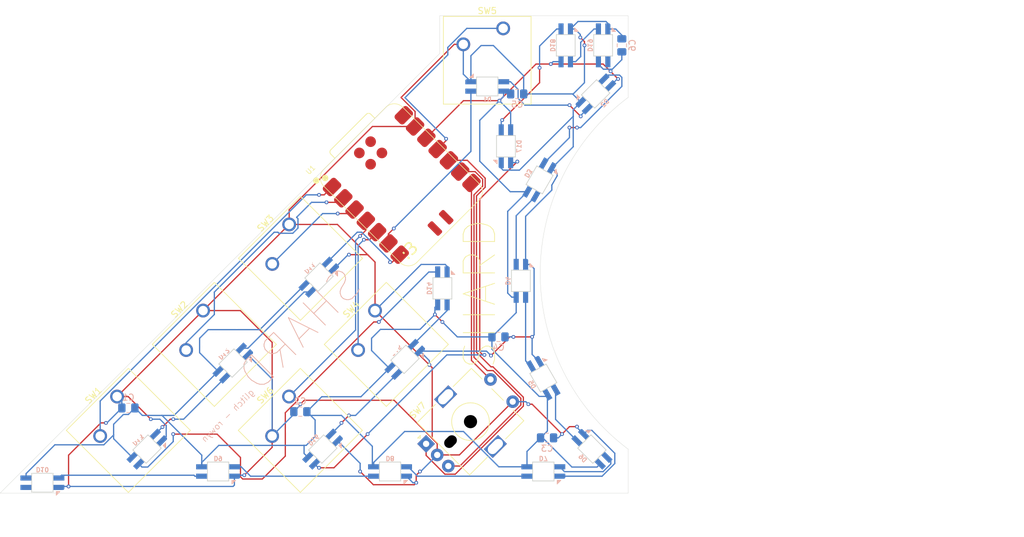
<source format=kicad_pcb>
(kicad_pcb (version 20241229) (generator "pcbnew") (generator_version "9.0")
  (layers (0 "F.Cu" signal) (2 "B.Cu" signal) (13 "F.Paste" user) (15 "B.Paste" user) (5 "F.SilkS" user "F.Silkscreen") (7 "B.SilkS" user "B.Silkscreen") (1 "F.Mask" user) (3 "B.Mask" user) (25 "Edge.Cuts" user))
  (net 0 "")
  (net 1 "GND")
  (net 2 "+3V3")
  (net 3 "Net-(D1-DOUT)")
  (net 4 "Net-(D1-DIN)")
  (net 5 "Net-(D2-DOUT)")
  (net 6 "Net-(D3-DOUT)")
  (net 7 "Net-(D4-DOUT)")
  (net 8 "Net-(D5-DOUT)")
  (net 9 "Net-(D7-DOUT)")
  (net 10 "Net-(D8-DOUT)")
  (net 11 "Net-(D10-DIN)")
  (net 13 "Net-(U1-GPIO26_A0_D0)")
  (net 14 "Net-(U1-GPIO27_A1_D1)")
  (net 15 "Net-(U1-GPIO28_A2_D2)")
  (net 16 "Net-(U1-GPIO29_A3_D3)")
  (net 17 "Net-(U1-GPIO6_D4_SDA)")
  (net 25 "Net-(U1-GPIO3_D10_MOSI)")
  (net 26 "Net-(U1-GPIO1_D7_CSn_RX)")
  (net 27 "Net-(U1-GPIO4_D9_MISO)")
  (net 28 "Net-(U1-GPIO2_D8_SCK)")
  (net 29 "Net-(D6-DOUT)")
  (net 30 "Net-(D11-DOUT)")
  (net 31 "Net-(D11-DIN)")
  (net 32 "Net-(D12-DOUT)")
  (net 33 "Net-(D13-DOUT)")
  (net 34 "Net-(D14-DOUT)")
  (net 35 "Net-(D15-DOUT)")
  (net 36 "Net-(D16-DOUT)")
  (net 37 "Net-(D17-DOUT)")
  (net 38 "Net-(D18-DOUT)")
  (footprint "Button_Switch_Keyboard:SW_Cherry_MX_1.00u_PCB" (layer "F.Cu") (at 159.107319 60.999743)
    (property "Reference" "SW5")
    (property "Value" "SW_Push")
  )
  (footprint "Button_Switch_Keyboard:SW_Cherry_MX_1.00u_PCB" (layer "F.Cu") (at 111.313419 105.935378 45)
    (property "Reference" "SW2")
    (property "Value" "SW_Push")
  )
  (footprint "Button_Switch_Keyboard:SW_Cherry_MX_1.00u_PCB" (layer "F.Cu") (at 97.62122 119.627576 45)
    (property "Reference" "SW1")
    (property "Value" "SW_Push")
  )
  (footprint "Seeed Studio XIAO Series Library:XIAO-RP2040-SMD" (layer "F.Cu") (at 142.892867 85.990093 45)
    (property "Reference" "U1")
    (property "Value" "XIAO-RP2040-SMD")
  )
  (footprint "Button_Switch_Keyboard:SW_Cherry_MX_1.00u_PCB" (layer "F.Cu") (at 125.025843 92.222954 45)
    (property "Reference" "SW3")
    (property "Value" "SW_Push")
  )
  (footprint "Button_Switch_Keyboard:SW_Cherry_MX_1.00u_PCB" (layer "F.Cu") (at 125.005618 119.627576 45)
    (property "Reference" "SW6")
    (property "Value" "SW_Push")
  )
  (footprint "Button_Switch_Keyboard:SW_Cherry_MX_1.00u_PCB" (layer "F.Cu") (at 138.697816 105.935378 45)
    (property "Reference" "SW4")
    (property "Value" "SW_Push")
  )
  (footprint "Rotary_Encoder:RotaryEncoder_Alps_EC11E-Switch_Vertical_H20mm_MountingHoles" (layer "F.Cu") (at 146.829823 127.159486 45)
    (property "Reference" "SW7")
    (property "Value" "RotaryEncoder_Switch")
  )
  (footprint "cheyao macropad main PCB-third_party_neopixel.petty:SK6812MINI-E" (layer "B.Cu") (at 173.236083 127.992295 135)
    (property "Reference" "D6")
    (property "Value" "SK6812MINI" (hide yes))
    (fp_line (start 1.7 -1.5) (end -1.7 -1.5) (stroke (width 0.12)) (layer "Edge.Cuts"))
    (fp_line (start 1.7 1.5) (end 1.7 -1.5) (stroke (width 0.12)) (layer "Edge.Cuts"))
    (fp_line (start -1.7 -1.5) (end -1.7 1.5) (stroke (width 0.12)) (layer "Edge.Cuts"))
    (fp_line (start -1.7 1.5) (end 1.7 1.5) (stroke (width 0.12)) (layer "Edge.Cuts"))
  )
  (footprint "cheyao macropad main PCB-third_party_neopixel.petty:SK6812MINI-E" (layer "B.Cu") (at 164.901701 85.129759 60)
    (property "Reference" "D3")
    (property "Value" "SK6812MINI" (hide yes))
    (fp_line (start -1.7 -1.5) (end -1.7 1.5) (stroke (width 0.12)) (layer "Edge.Cuts"))
    (fp_line (start 1.7 -1.5) (end -1.7 -1.5) (stroke (width 0.12)) (layer "Edge.Cuts"))
    (fp_line (start -1.7 1.5) (end 1.7 1.5) (stroke (width 0.12)) (layer "Edge.Cuts"))
    (fp_line (start 1.7 1.5) (end 1.7 -1.5) (stroke (width 0.12)) (layer "Edge.Cuts"))
  )
  (footprint "cheyao macropad main PCB-third_party_neopixel.petty:SK6812MINI-E" (layer "B.Cu") (at 165.497014 116.681348 120)
    (property "Reference" "D5")
    (property "Value" "SK6812MINI" (hide yes))
    (fp_line (start 1.7 -1.5) (end -1.7 -1.5) (stroke (width 0.12)) (layer "Edge.Cuts"))
    (fp_line (start -1.7 -1.5) (end -1.7 1.5) (stroke (width 0.12)) (layer "Edge.Cuts"))
    (fp_line (start 1.7 1.5) (end 1.7 -1.5) (stroke (width 0.12)) (layer "Edge.Cuts"))
    (fp_line (start -1.7 1.5) (end 1.7 1.5) (stroke (width 0.12)) (layer "Edge.Cuts"))
  )
  (footprint "cheyao macropad main PCB-third_party_neopixel.petty:SK6812MINI-E" (layer "B.Cu") (at 141.089181 131.564173)
    (property "Reference" "D8")
    (property "Value" "SK6812MINI" (hide yes))
    (fp_line (start -1.7 -1.5) (end -1.7 1.5) (stroke (width 0.12)) (layer "Edge.Cuts"))
    (fp_line (start -1.7 1.5) (end 1.7 1.5) (stroke (width 0.12)) (layer "Edge.Cuts"))
    (fp_line (start 1.7 -1.5) (end -1.7 -1.5) (stroke (width 0.12)) (layer "Edge.Cuts"))
    (fp_line (start 1.7 1.5) (end 1.7 -1.5) (stroke (width 0.12)) (layer "Edge.Cuts"))
  )
  (footprint "cheyao macropad main PCB-third_party_neopixel.petty:SK6812MINI-E" (layer "B.Cu") (at 143.470433 113.704783 45)
    (property "Reference" "D15")
    (property "Value" "SK6812MINI" (hide yes))
    (fp_line (start -1.7 -1.5) (end -1.7 1.5) (stroke (width 0.12)) (layer "Edge.Cuts"))
    (fp_line (start -1.7 1.5) (end 1.7 1.5) (stroke (width 0.12)) (layer "Edge.Cuts"))
    (fp_line (start 1.7 -1.5) (end -1.7 -1.5) (stroke (width 0.12)) (layer "Edge.Cuts"))
    (fp_line (start 1.7 1.5) (end 1.7 -1.5) (stroke (width 0.12)) (layer "Edge.Cuts"))
  )
  (footprint "cheyao macropad main PCB-third_party_neopixel.petty:SK6812MINI-E" (layer "B.Cu") (at 173.831396 71.43756 -135)
    (property "Reference" "D2")
    (property "Value" "SK6812MINI" (hide yes))
    (fp_line (start 1.7 1.5) (end 1.699999 -1.5) (stroke (width 0.12)) (layer "Edge.Cuts"))
    (fp_line (start 1.699999 -1.5) (end -1.7 -1.5) (stroke (width 0.12)) (layer "Edge.Cuts"))
    (fp_line (start -1.699999 1.5) (end 1.7 1.5) (stroke (width 0.12)) (layer "Edge.Cuts"))
    (fp_line (start -1.7 -1.5) (end -1.699999 1.5) (stroke (width 0.12)) (layer "Edge.Cuts"))
  )
  (footprint "cheyao macropad main PCB-third_party_neopixel.petty:SK6812MINI-E" (layer "B.Cu") (at 169.068892 63.698491 90)
    (property "Reference" "D18")
    (property "Value" "SK6812MINI" (hide yes))
    (fp_line (start 1.7 -1.5) (end -1.7 -1.5) (stroke (width 0.12)) (layer "Edge.Cuts"))
    (fp_line (start -1.7 -1.5) (end -1.7 1.5) (stroke (width 0.12)) (layer "Edge.Cuts"))
    (fp_line (start 1.7 1.5) (end 1.7 -1.5) (stroke (width 0.12)) (layer "Edge.Cuts"))
    (fp_line (start -1.7 1.5) (end 1.7 1.5) (stroke (width 0.12)) (layer "Edge.Cuts"))
  )
  (footprint "Capacitor_SMD:C_0805_2012Metric_Pad1.18x1.45mm_HandSolder" (layer "B.Cu") (at 99.417271 121.443852 180)
    (property "Reference" "C1")
    (property "Value" "C")
  )
  (footprint "Capacitor_SMD:C_0805_2012Metric_Pad1.18x1.45mm_HandSolder" (layer "B.Cu") (at 158.353258 110.132905)
    (property "Reference" "C4")
    (property "Value" "C")
  )
  (footprint "cheyao macropad main PCB-third_party_neopixel.petty:SK6812MINI-E" (layer "B.Cu") (at 102.393836 127.992295 45)
    (property "Reference" "D13")
    (property "Value" "SK6812MINI" (hide yes))
    (fp_line (start -1.7 -1.5) (end -1.7 1.5) (stroke (width 0.12)) (layer "Edge.Cuts"))
    (fp_line (start -1.7 1.5) (end 1.7 1.5) (stroke (width 0.12)) (layer "Edge.Cuts"))
    (fp_line (start 1.7 -1.5) (end -1.7 -1.5) (stroke (width 0.12)) (layer "Edge.Cuts"))
    (fp_line (start 1.7 1.5) (end 1.7 -1.5) (stroke (width 0.12)) (layer "Edge.Cuts"))
  )
  (footprint "Capacitor_SMD:C_0805_2012Metric_Pad1.18x1.45mm_HandSolder" (layer "B.Cu") (at 126.801669 122.039165 180)
    (property "Reference" "C2")
    (property "Value" "C")
  )
  (footprint "cheyao macropad main PCB-third_party_neopixel.petty:SK6812MINI-E" (layer "B.Cu") (at 116.086035 114.300096 45)
    (property "Reference" "D12")
    (property "Value" "SK6812MINI" (hide yes))
    (fp_line (start -1.7 -1.5) (end -1.7 1.5) (stroke (width 0.12)) (layer "Edge.Cuts"))
    (fp_line (start -1.7 1.5) (end 1.7 1.5) (stroke (width 0.12)) (layer "Edge.Cuts"))
    (fp_line (start 1.7 -1.5) (end -1.7 -1.5) (stroke (width 0.12)) (layer "Edge.Cuts"))
    (fp_line (start 1.7 1.5) (end 1.7 -1.5) (stroke (width 0.12)) (layer "Edge.Cuts"))
  )
  (footprint "cheyao macropad main PCB-third_party_neopixel.petty:SK6812MINI-E" (layer "B.Cu") (at 165.497014 131.564173)
    (property "Reference" "D7")
    (property "Value" "SK6812MINI" (hide yes))
    (fp_line (start -1.7 -1.5) (end -1.7 1.5) (stroke (width 0.12)) (layer "Edge.Cuts"))
    (fp_line (start -1.7 1.5) (end 1.7 1.5) (stroke (width 0.12)) (layer "Edge.Cuts"))
    (fp_line (start 1.7 -1.5) (end -1.7 -1.5) (stroke (width 0.12)) (layer "Edge.Cuts"))
    (fp_line (start 1.7 1.5) (end 1.7 -1.5) (stroke (width 0.12)) (layer "Edge.Cuts"))
  )
  (footprint "cheyao macropad main PCB-third_party_neopixel.petty:SK6812MINI-E" (layer "B.Cu") (at 149.423563 102.393836 90)
    (property "Reference" "D14")
    (property "Value" "SK6812MINI" (hide yes))
    (fp_line (start 1.7 -1.5) (end -1.7 -1.5) (stroke (width 0.12)) (layer "Edge.Cuts"))
    (fp_line (start -1.7 -1.5) (end -1.7 1.5) (stroke (width 0.12)) (layer "Edge.Cuts"))
    (fp_line (start 1.7 1.5) (end 1.7 -1.5) (stroke (width 0.12)) (layer "Edge.Cuts"))
    (fp_line (start -1.7 1.5) (end 1.7 1.5) (stroke (width 0.12)) (layer "Edge.Cuts"))
  )
  (footprint "Capacitor_SMD:C_0805_2012Metric_Pad1.18x1.45mm_HandSolder" (layer "B.Cu") (at 161.329823 71.43756)
    (property "Reference" "C5")
    (property "Value" "C")
  )
  (footprint "cheyao macropad main PCB-third_party_neopixel.petty:SK6812MINI-E" (layer "B.Cu") (at 175.022022 63.698491 90)
    (property "Reference" "D19")
    (property "Value" "SK6812MINI" (hide yes))
    (fp_line (start 1.7 -1.5) (end -1.7 -1.5) (stroke (width 0.12)) (layer "Edge.Cuts"))
    (fp_line (start -1.7 -1.5) (end -1.7 1.5) (stroke (width 0.12)) (layer "Edge.Cuts"))
    (fp_line (start 1.7 1.5) (end 1.7 -1.5) (stroke (width 0.12)) (layer "Edge.Cuts"))
    (fp_line (start -1.7 1.5) (end 1.7 1.5) (stroke (width 0.12)) (layer "Edge.Cuts"))
  )
  (footprint "cheyao macropad main PCB-third_party_neopixel.petty:SK6812MINI-E" (layer "B.Cu") (at 161.925136 101.20321 90)
    (property "Reference" "D4")
    (property "Value" "SK6812MINI" (hide yes))
    (fp_line (start 1.7 -1.5) (end -1.7 -1.5) (stroke (width 0.12)) (layer "Edge.Cuts"))
    (fp_line (start -1.7 -1.5) (end -1.7 1.5) (stroke (width 0.12)) (layer "Edge.Cuts"))
    (fp_line (start 1.7 1.5) (end 1.7 -1.5) (stroke (width 0.12)) (layer "Edge.Cuts"))
    (fp_line (start -1.7 1.5) (end 1.7 1.5) (stroke (width 0.12)) (layer "Edge.Cuts"))
  )
  (footprint "cheyao macropad main PCB-third_party_neopixel.petty:SK6812MINI-E" (layer "B.Cu") (at 159.543884 79.771942 -90)
    (property "Reference" "D17")
    (property "Value" "SK6812MINI" (hide yes))
    (fp_line (start -1.7 1.5) (end 1.7 1.5) (stroke (width 0.12)) (layer "Edge.Cuts"))
    (fp_line (start 1.7 1.5) (end 1.7 -1.5) (stroke (width 0.12)) (layer "Edge.Cuts"))
    (fp_line (start -1.7 -1.5) (end -1.7 1.5) (stroke (width 0.12)) (layer "Edge.Cuts"))
    (fp_line (start 1.7 -1.5) (end -1.7 -1.5) (stroke (width 0.12)) (layer "Edge.Cuts"))
  )
  (footprint "cheyao macropad main PCB-third_party_neopixel.petty:SK6812MINI-E" (layer "B.Cu") (at 156.567319 70.246934 180)
    (property "Reference" "D1")
    (property "Value" "SK6812MINI" (hide yes))
    (fp_line (start 1.7 1.5) (end 1.7 -1.5) (stroke (width 0.12)) (layer "Edge.Cuts"))
    (fp_line (start 1.7 -1.5) (end -1.7 -1.5) (stroke (width 0.12)) (layer "Edge.Cuts"))
    (fp_line (start -1.7 1.5) (end 1.7 1.5) (stroke (width 0.12)) (layer "Edge.Cuts"))
    (fp_line (start -1.7 -1.5) (end -1.7 1.5) (stroke (width 0.12)) (layer "Edge.Cuts"))
  )
  (footprint "cheyao macropad main PCB-third_party_neopixel.petty:SK6812MINI-E" (layer "B.Cu") (at 129.778234 100.607897 45)
    (property "Reference" "D11")
    (property "Value" "SK6812MINI" (hide yes))
    (fp_line (start -1.7 -1.5) (end -1.7 1.5) (stroke (width 0.12)) (layer "Edge.Cuts"))
    (fp_line (start -1.7 1.5) (end 1.7 1.5) (stroke (width 0.12)) (layer "Edge.Cuts"))
    (fp_line (start 1.7 -1.5) (end -1.7 -1.5) (stroke (width 0.12)) (layer "Edge.Cuts"))
    (fp_line (start 1.7 1.5) (end 1.7 -1.5) (stroke (width 0.12)) (layer "Edge.Cuts"))
  )
  (footprint "cheyao macropad main PCB-third_party_neopixel.petty:SK6812MINI-E" (layer "B.Cu") (at 130.373547 127.992295 45)
    (property "Reference" "D16")
    (property "Value" "SK6812MINI" (hide yes))
    (fp_line (start -1.7 -1.5) (end -1.7 1.5) (stroke (width 0.12)) (layer "Edge.Cuts"))
    (fp_line (start -1.7 1.5) (end 1.7 1.5) (stroke (width 0.12)) (layer "Edge.Cuts"))
    (fp_line (start 1.7 -1.5) (end -1.7 -1.5) (stroke (width 0.12)) (layer "Edge.Cuts"))
    (fp_line (start 1.7 1.5) (end 1.7 -1.5) (stroke (width 0.12)) (layer "Edge.Cuts"))
  )
  (footprint "Capacitor_SMD:C_0805_2012Metric_Pad1.18x1.45mm_HandSolder" (layer "B.Cu") (at 166.092327 126.206356)
    (property "Reference" "C3")
    (property "Value" "C")
  )
  (footprint "cheyao macropad main PCB-third_party_neopixel.petty:SK6812MINI-E" (layer "B.Cu") (at 113.704783 131.564173)
    (property "Reference" "D9")
    (property "Value" "SK6812MINI" (hide yes))
    (fp_line (start -1.7 -1.5) (end -1.7 1.5) (stroke (width 0.12)) (layer "Edge.Cuts"))
    (fp_line (start -1.7 1.5) (end 1.7 1.5) (stroke (width 0.12)) (layer "Edge.Cuts"))
    (fp_line (start 1.7 -1.5) (end -1.7 -1.5) (stroke (width 0.12)) (layer "Edge.Cuts"))
    (fp_line (start 1.7 1.5) (end 1.7 -1.5) (stroke (width 0.12)) (layer "Edge.Cuts"))
  )
  (footprint "cheyao macropad main PCB-third_party_neopixel.petty:SK6812MINI-E" (layer "B.Cu") (at 85.725072 133.350112)
    (property "Reference" "D10")
    (property "Value" "SK6812MINI" (hide yes))
    (fp_line (start -1.7 -1.5) (end -1.7 1.5) (stroke (width 0.12)) (layer "Edge.Cuts"))
    (fp_line (start -1.7 1.5) (end 1.7 1.5) (stroke (width 0.12)) (layer "Edge.Cuts"))
    (fp_line (start 1.7 -1.5) (end -1.7 -1.5) (stroke (width 0.12)) (layer "Edge.Cuts"))
    (fp_line (start 1.7 1.5) (end 1.7 -1.5) (stroke (width 0.12)) (layer "Edge.Cuts"))
  )
  (footprint "Capacitor_SMD:C_0805_2012Metric_Pad1.18x1.45mm_HandSolder" (layer "B.Cu") (at 177.998587 63.698491 90)
    (property "Reference" "C6")
    (property "Value" "C")
  )
  (gr_line (start 179 135) (end 179 128) (stroke (width 0.05)) (layer "Edge.Cuts"))
  (gr_line (start 179 59) (end 164 59) (stroke (width 0.05)) (layer "Edge.Cuts"))
  (gr_arc (start 179 128) (mid 165 100) (end 179 72) (stroke (width 0.05)) (layer "Edge.Cuts"))
  (gr_line (start 79 135) (end 149 65) (stroke (width 0.05)) (layer "Edge.Cuts"))
  (gr_line (start 179 135) (end 79 135) (stroke (width 0.05)) (layer "Edge.Cuts"))
  (gr_line (start 164 59) (end 149 59) (stroke (width 0.05)) (layer "Edge.Cuts"))
  (gr_line (start 149 65) (end 149 59) (stroke (width 0.05)) (layer "Edge.Cuts"))
  (gr_line (start 179 72) (end 179 59) (stroke (width 0.05)) (layer "Edge.Cuts"))
  (gr_text "SHARD" (at 158.353258 115.490722 90) (layer "F.SilkS") (effects (font (size 5 5) (thickness 0.125)) (justify left bottom)))
  (gr_text ":3" (at 144.065746 98.226645 45) (layer "F.SilkS") (effects (font (size 2 2) (thickness 0.1)) (justify left bottom)))
  (gr_text "SHARD" (at 137.517303 102.393836 45) (layer "B.SilkS") (effects (font (size 5 5) (thickness 0.125)) (justify left bottom mirror)))
  (gr_text "glitch - rowyn" (at 119.657913 119.0626 45) (layer "B.SilkS") (effects (font (size 1 1) (thickness 0.1)) (justify left bottom mirror)))
  (segment (start 168.473579 125.611043) (end 169.664205 124.420417) (width 0.2) (layer "F.Cu") (net 1))
  (segment (start 160.139197 110.132905) (end 160.73451 110.132905) (width 0.2) (layer "F.Cu") (net 1))
  (segment (start 163.711075 120.848539) (end 163.115762 120.848539) (width 0.2) (layer "F.Cu") (net 1))
  (segment (start 122.311541 125.913755) (end 122.311541 127.719919) (width 0.2) (layer "F.Cu") (net 1))
  (segment (start 148.59759 128.927253) (end 152.133124 128.927253) (width 0.2) (layer "F.Cu") (net 1))
  (segment (start 145.074291 76.624464) (end 145.074291 74.232044) (width 0.2) (layer "F.Cu") (net 1))
  (segment (start 137.517304 97.036019) (end 137.81496 97.333675) (width 0.2) (layer "F.Cu") (net 1))
  (segment (start 111.313419 105.935378) (end 117.246325 105.935378) (width 0.2) (layer "F.Cu") (net 1))
  (segment (start 125.025843 92.222954) (end 132.704238 92.222954) (width 0.2) (layer "F.Cu") (net 1))
  (segment (start 148.59759 127.087359) (end 141.732858 120.222627) (width 0.2) (layer "F.Cu") (net 1))
  (segment (start 145.074291 76.624464) (end 138.283529 76.624464) (width 0.2) (layer "F.Cu") (net 1))
  (segment (start 122.311541 111.000594) (end 122.311541 125.913755) (width 0.2) (layer "F.Cu") (net 1))
  (segment (start 168.473579 125.611043) (end 163.711075 120.848539) (width 0.2) (layer "F.Cu") (net 1))
  (segment (start 89.892263 128.967323) (end 89.892263 133.945425) (width 0.2) (layer "F.Cu") (net 1))
  (segment (start 117.246325 105.935378) (end 122.311541 111.000594) (width 0.2) (layer "F.Cu") (net 1))
  (segment (start 102.989149 123.234478) (end 99.382247 119.627576) (width 0.2) (layer "F.Cu") (net 1))
  (segment (start 138.283529 76.624464) (end 125.025843 89.88215) (width 0.2) (layer "F.Cu") (net 1))
  (segment (start 163.711075 110.132905) (end 160.73451 110.132905) (width 0.2) (layer "F.Cu") (net 1))
  (segment (start 152.133124 128.927253) (end 160.618405 120.441972) (width 0.2) (layer "F.Cu") (net 1))
  (segment (start 142.87512 72.032873) (end 142.87512 71.974822) (width 0.2) (layer "F.Cu") (net 1))
  (segment (start 172.050144 63.698491) (end 172.050144 63.107865) (width 0.2) (layer "F.Cu") (net 1))
  (segment (start 125.025843 89.88215) (end 125.025843 92.222954) (width 0.2) (layer "F.Cu") (net 1))
  (segment (start 147.350079 114.587641) (end 147.801615 115.039177) (width 0.2) (layer "F.Cu") (net 1))
  (segment (start 95.845393 123.825104) (end 95.034482 123.825104) (width 0.2) (layer "F.Cu") (net 1))
  (segment (start 151.310199 63.539743) (end 152.757319 63.539743) (width 0.2) (layer "F.Cu") (net 1))
  (segment (start 145.074291 74.232044) (end 142.87512 72.032873) (width 0.2) (layer "F.Cu") (net 1))
  (segment (start 144.941311 133.665173) (end 145.256372 133.350112) (width 0.2) (layer "F.Cu") (net 1))
  (segment (start 111.313419 105.935378) (end 97.62122 119.627576) (width 0.2) (layer "F.Cu") (net 1))
  (segment (start 127.427581 120.222627) (end 126.801669 120.848539) (width 0.2) (layer "F.Cu") (net 1))
  (segment (start 125.025843 92.222954) (end 111.313419 105.935378) (width 0.2) (layer "F.Cu") (net 1))
  (segment (start 122.311541 127.719919) (end 117.871974 132.159486) (width 0.2) (layer "F.Cu") (net 1))
  (segment (start 145.256372 132.159486) (end 145.256372 133.350112) (width 0.2) (layer "F.Cu") (net 1))
  (segment (start 145.851685 131.564173) (end 145.256372 132.159486) (width 0.2) (layer "F.Cu") (net 1))
  (segment (start 148.59759 127.087359) (end 148.59759 128.927253) (width 0.2) (layer "F.Cu") (net 1))
  (segment (start 141.732858 120.222627) (end 127.427581 120.222627) (width 0.2) (layer "F.Cu") (net 1))
  (segment (start 169.664205 124.420417) (end 170.854831 124.420417) (width 0.2) (layer "F.Cu") (net 1))
  (segment (start 142.87512 71.974822) (end 151.310199 63.539743) (width 0.2) (layer "F.Cu") (net 1))
  (segment (start 147.801615 126.291384) (end 148.59759 127.087359) (width 0.2) (layer "F.Cu") (net 1))
  (segment (start 147.801615 115.039177) (end 147.801615 126.291384) (width 0.2) (layer "F.Cu") (net 1))
  (segment (start 134.540738 97.036019) (end 137.517304 97.036019) (width 0.2) (layer "F.Cu") (net 1))
  (segment (start 138.697816 98.216532) (end 138.697816 105.935378) (width 0.2) (layer "F.Cu") (net 1))
  (segment (start 138.427677 133.665173) (end 144.941311 133.665173) (width 0.2) (layer "F.Cu") (net 1))
  (segment (start 138.697816 105.935378) (end 147.350079 114.587641) (width 0.2) (layer "F.Cu") (net 1))
  (segment (start 136.326677 131.564173) (end 138.427677 133.665173) (width 0.2) (layer "F.Cu") (net 1))
  (segment (start 99.382247 119.627576) (end 97.62122 119.627576) (width 0.2) (layer "F.Cu") (net 1))
  (segment (start 172.050144 63.107865) (end 171.38216 62.439881) (width 0.2) (layer "F.Cu") (net 1))
  (segment (start 157.162632 113.10947) (end 160.139197 110.132905) (width 0.2) (layer "F.Cu") (net 1))
  (segment (start 132.704238 92.222954) (end 137.81496 97.333675) (width 0.2) (layer "F.Cu") (net 1))
  (segment (start 95.034482 123.825104) (end 89.892263 128.967323) (width 0.2) (layer "F.Cu") (net 1))
  (segment (start 137.81496 97.333675) (end 138.697816 98.216532) (width 0.2) (layer "F.Cu") (net 1))
  (via (at 160.73451 110.132905) (size 0.6) (drill 0.3) (layers "F.Cu" "B.Cu") (net 1))
  (via (at 171.38216 62.439881) (size 0.6) (drill 0.3) (layers "F.Cu" "B.Cu") (net 1))
  (via (at 170.854831 124.420417) (size 0.6) (drill 0.3) (layers "F.Cu" "B.Cu") (net 1))
  (via (at 147.350079 114.587641) (size 0.6) (drill 0.3) (layers "F.Cu" "B.Cu") (net 1))
  (via (at 145.851685 131.564173) (size 0.6) (drill 0.3) (layers "F.Cu" "B.Cu") (net 1))
  (via (at 102.989149 123.234478) (size 0.6) (drill 0.3) (layers "F.Cu" "B.Cu") (net 1))
  (via (at 172.050144 63.698491) (size 0.6) (drill 0.3) (layers "F.Cu" "B.Cu") (net 1))
  (via (at 95.845393 123.825104) (size 0.6) (drill 0.3) (layers "F.Cu" "B.Cu") (net 1))
  (via (at 157.162632 113.10947) (size 0.6) (drill 0.3) (layers "F.Cu" "B.Cu") (net 1))
  (via (at 168.473579 125.611043) (size 0.6) (drill 0.3) (layers "F.Cu" "B.Cu") (net 1))
  (via (at 117.871974 132.159486) (size 0.6) (drill 0.3) (layers "F.Cu" "B.Cu") (net 1))
  (via (at 163.115762 120.848539) (size 0.6) (drill 0.3) (layers "F.Cu" "B.Cu") (net 1))
  (via (at 89.892263 133.945425) (size 0.6) (drill 0.3) (layers "F.Cu" "B.Cu") (net 1))
  (via (at 163.711075 110.132905) (size 0.6) (drill 0.3) (layers "F.Cu" "B.Cu") (net 1))
  (via (at 145.256372 133.350112) (size 0.6) (drill 0.3) (layers "F.Cu" "B.Cu") (net 1))
  (via (at 134.540738 97.036019) (size 0.6) (drill 0.3) (layers "F.Cu" "B.Cu") (net 1))
  (via (at 126.801669 120.848539) (size 0.6) (drill 0.3) (layers "F.Cu" "B.Cu") (net 1))
  (via (at 136.326677 131.564173) (size 0.6) (drill 0.3) (layers "F.Cu" "B.Cu") (net 1))
  (segment (start 105.441071 124.236457) (end 104.439092 123.234478) (width 0.2) (layer "B.Cu") (net 1))
  (segment (start 164.026136 109.817844) (end 163.711075 110.132905) (width 0.2) (layer "B.Cu") (net 1))
  (segment (start 171.462588 72.745708) (end 170.259518 73.948778) (width 0.2) (layer "B.Cu") (net 1))
  (segment (start 173.230781 125.01573) (end 172.535692 125.01573) (width 0.2) (layer "B.Cu") (net 1))
  (segment (start 177.998587 62.073491) (end 177.998587 62.660991) (width 0.2) (layer "B.Cu") (net 1))
  (segment (start 170.518834 61.098491) (end 169.818892 61.098491) (width 0.2) (layer "B.Cu") (net 1))
  (segment (start 153.967319 69.496934) (end 153.967319 65.354927) (width 0.2) (layer "B.Cu") (net 1))
  (segment (start 170.259518 79.844795) (end 166.85122 83.253093) (width 0.2) (layer "B.Cu") (net 1))
  (segment (start 148.59759 128.927253) (end 145.96067 131.564173) (width 0.2) (layer "B.Cu") (net 1))
  (segment (start 145.96067 131.564173) (end 145.851685 131.564173) (width 0.2) (layer "B.Cu") (net 1))
  (segment (start 122.311541 116.848646) (end 122.311541 125.913755) (width 0.2) (layer "B.Cu") (net 1))
  (segment (start 167.129827 126.206356) (end 167.878266 126.206356) (width 0.2) (layer "B.Cu") (net 1))
  (segment (start 147.350079 113.907473) (end 147.350079 114.587641) (width 0.2) (layer "B.Cu") (net 1))
  (segment (start 161.696014 83.572942) (end 170.259518 75.009438) (width 0.2) (layer "B.Cu") (net 1))
  (segment (start 116.304783 133.726677) (end 116.086035 133.945425) (width 0.2) (layer "B.Cu") (net 1))
  (segment (start 172.050144 69.646934) (end 172.050144 63.698491) (width 0.2) (layer "B.Cu") (net 1))
  (segment (start 167.878266 126.206356) (end 168.473579 125.611043) (width 0.2) (layer "B.Cu") (net 1))
  (segment (start 163.375078 98.60321) (end 164.026136 99.254268) (width 0.2) (layer "B.Cu") (net 1))
  (segment (start 170.854831 124.420417) (end 170.854831 124.550383) (width 0.2) (layer "B.Cu") (net 1))
  (segment (start 167.695691 84.492426) (end 166.85122 85.955092) (width 0.2) (layer "B.Cu") (net 1))
  (segment (start 174.856733 132.314173) (end 176.877083 130.293823) (width 0.2) (layer "B.Cu") (net 1))
  (segment (start 153.967319 65.354927) (end 155.593503 63.728743) (width 0.2) (layer "B.Cu") (net 1))
  (segment (start 170.259518 75.009438) (end 170.259518 79.844795) (width 0.2) (layer "B.Cu") (net 1))
  (segment (start 163.115762 120.848539) (end 162.709195 120.441972) (width 0.2) (layer "B.Cu") (net 1))
  (segment (start 95.998519 123.825104) (end 95.845393 123.825104) (width 0.2) (layer "B.Cu") (net 1))
  (segment (start 156.449797 112.396635) (end 157.162632 113.10947) (width 0.2) (layer "B.Cu") (net 1))
  (segment (start 157.541135 63.728743) (end 162.367323 68.554931) (width 0.2) (layer "B.Cu") (net 1))
  (segment (start 104.439092 123.234478) (end 102.989149 123.234478) (width 0.2) (layer "B.Cu") (net 1))
  (segment (start 164.026136 99.254268) (end 164.026136 109.817844) (width 0.2) (layer "B.Cu") (net 1))
  (segment (start 170.259518 73.948778) (end 170.259518 75.009438) (width 0.2) (layer "B.Cu") (net 1))
  (segment (start 116.086035 133.945425) (end 89.892263 133.945425) (width 0.2) (layer "B.Cu") (net 1))
  (segment (start 162.367323 68.554931) (end 162.367323 71.43756) (width 0.2) (layer "B.Cu") (net 1))
  (segment (start 166.85122 83.253093) (end 167.695691 84.097564) (width 0.2) (layer "B.Cu") (net 1))
  (segment (start 138.697816 105.935378) (end 146.040359 98.592835) (width 0.2) (layer "B.Cu") (net 1))
  (segment (start 105.441071 126.00572) (end 105.441071 124.236457) (width 0.2) (layer "B.Cu") (net 1))
  (segment (start 145.839241 112.396635) (end 156.449797 112.396635) (width 0.2) (layer "B.Cu") (net 1))
  (segment (start 163.711075 112.919224) (end 163.711075 110.132905) (width 0.2) (layer "B.Cu") (net 1))
  (segment (start 126.801669 120.848539) (end 126.801669 121.001665) (width 0.2) (layer "B.Cu") (net 1))
  (segment (start 118.454843 112.991948) (end 122.311541 116.848646) (width 0.2) (layer "B.Cu") (net 1))
  (segment (start 170.15444 71.43756) (end 170.206979 71.490099) (width 0.2) (layer "B.Cu") (net 1))
  (segment (start 155.593503 63.728743) (end 157.541135 63.728743) (width 0.2) (layer "B.Cu") (net 1))
  (segment (start 175.772022 60.198491) (end 175.772022 61.098491) (width 0.2) (layer "B.Cu") (net 1))
  (segment (start 162.709195 120.441972) (end 160.618405 120.441972) (width 0.2) (layer "B.Cu") (net 1))
  (segment (start 167.695691 84.097564) (end 167.695691 84.492426) (width 0.2) (layer "B.Cu") (net 1))
  (segment (start 132.147042 99.299749) (end 134.410772 97.036019) (width 0.2) (layer "B.Cu") (net 1))
  (segment (start 145.839241 112.396635) (end 147.350079 113.907473) (width 0.2) (layer "B.Cu") (net 1))
  (segment (start 170.206979 71.490099) (end 172.050144 69.646934) (width 0.2) (layer "B.Cu") (net 1))
  (segment (start 177.023587 61.098491) (end 177.998587 62.073491) (width 0.2) (layer "B.Cu") (net 1))
  (segment (start 116.45947 132.159486) (end 116.304783 132.314173) (width 0.2) (layer "B.Cu") (net 1))
  (segment (start 175.471022 59.897491) (end 175.772022 60.198491) (width 0.2) (layer "B.Cu") (net 1))
  (segment (start 170.206979 71.490099) (end 171.462588 72.745708) (width 0.2) (layer "B.Cu") (net 1))
  (segment (start 149.872563 98.592835) (end 150.173563 98.893835) (width 0.2) (layer "B.Cu") (net 1))
  (segment (start 89.892263 133.945425) (end 88.479759 133.945425) (width 0.2) (layer "B.Cu") (net 1))
  (segment (start 162.675136 98.60321) (end 163.375078 98.60321) (width 0.2) (layer "B.Cu") (net 1))
  (segment (start 150.173563 98.893835) (end 150.173563 99.793835) (width 0.2) (layer "B.Cu") (net 1))
  (segment (start 136.326677 130.268469) (end 136.326677 131.564173) (width 0.2) (layer "B.Cu") (net 1))
  (segment (start 176.877083 130.293823) (end 176.877083 128.662032) (width 0.2) (layer "B.Cu") (net 1))
  (segment (start 162.367323 71.43756) (end 170.15444 71.43756) (width 0.2) (layer "B.Cu") (net 1))
  (segment (start 144.72512 133.350112) (end 143.689181 132.314173) (width 0.2) (layer "B.Cu") (net 1))
  (segment (start 169.818892 61.098491) (end 171.019892 59.897491) (width 0.2) (layer "B.Cu") (net 1))
  (segment (start 146.040359 98.592835) (end 149.872563 98.592835) (width 0.2) (layer "B.Cu") (net 1))
  (segment (start 159.094884 83.572942) (end 161.696014 83.572942) (width 0.2) (layer "B.Cu") (net 1))
  (segment (start 134.410772 97.036019) (end 134.540738 97.036019) (width 0.2) (layer "B.Cu") (net 1))
  (segment (start 117.871974 132.159486) (end 116.45947 132.159486) (width 0.2) (layer "B.Cu") (net 1))
  (segment (start 162.675136 90.928202) (end 162.675136 98.60321) (width 0.2) (layer "B.Cu") (net 1))
  (segment (start 164.846533 114.054682) (end 163.711075 112.919224) (width 0.2) (layer "B.Cu") (net 1))
  (segment (start 104.762644 126.684147) (end 105.441071 126.00572) (width 0.2) (layer "B.Cu") (net 1))
  (segment (start 132.742355 126.684147) (end 136.326677 130.268469) (width 0.2) (layer "B.Cu") (net 1))
  (segment (start 125.764169 122.039165) (end 125.764169 122.461127) (width 0.2) (layer "B.Cu") (net 1))
  (segment (start 176.877083 128.662032) (end 173.230781 125.01573) (width 0.2) (layer "B.Cu") (net 1))
  (segment (start 116.304783 132.314173) (end 116.304783 133.726677) (width 0.2) (layer "B.Cu") (net 1))
  (segment (start 125.764169 122.461127) (end 122.311541 125.913755) (width 0.2) (layer "B.Cu") (net 1))
  (segment (start 98.379771 121.443852) (end 95.998519 123.825104) (width 0.2) (layer "B.Cu") (net 1))
  (segment (start 145.256372 133.350112) (end 144.72512 133.350112) (width 0.2) (layer "B.Cu") (net 1))
  (segment (start 172.535692 125.01573) (end 171.927935 125.623487) (width 0.2) (layer "B.Cu") (net 1))
  (segment (start 160.73451 110.132905) (end 159.390758 110.132905) (width 0.2) (layer "B.Cu") (net 1))
  (segment (start 97.62122 119.627576) (end 98.379771 120.386127) (width 0.2) (layer "B.Cu") (net 1))
  (segment (start 171.019892 59.897491) (end 175.471022 59.897491) (width 0.2) (layer "B.Cu") (net 1))
  (segment (start 168.097014 132.314173) (end 174.856733 132.314173) (width 0.2) (layer "B.Cu") (net 1))
  (segment (start 166.85122 85.955092) (end 166.85122 86.752118) (width 0.2) (layer "B.Cu") (net 1))
  (segment (start 170.854831 124.550383) (end 171.927935 125.623487) (width 0.2) (layer "B.Cu") (net 1))
  (segment (start 175.772022 61.098491) (end 177.023587 61.098491) (width 0.2) (layer "B.Cu") (net 1))
  (segment (start 158.793884 83.271942) (end 159.094884 83.572942) (width 0.2) (layer "B.Cu") (net 1))
  (segment (start 158.793884 82.371942) (end 158.793884 83.271942) (width 0.2) (layer "B.Cu") (net 1))
  (segment (start 166.85122 86.752118) (end 162.675136 90.928202) (width 0.2) (layer "B.Cu") (net 1))
  (segment (start 88.479759 133.945425) (end 88.325072 134.100112) (width 0.2) (layer "B.Cu") (net 1))
  (segment (start 171.38216 62.439881) (end 171.38216 61.961817) (width 0.2) (layer "B.Cu") (net 1))
  (segment (start 152.757319 63.539743) (end 152.757319 68.286934) (width 0.2) (layer "B.Cu") (net 1))
  (segment (start 98.379771 120.386127) (end 98.379771 121.443852) (width 0.2) (layer "B.Cu") (net 1))
  (segment (start 152.757319 68.286934) (end 153.967319 69.496934) (width 0.2) (layer "B.Cu") (net 1))
  (segment (start 171.38216 61.961817) (end 170.518834 61.098491) (width 0.2) (layer "B.Cu") (net 1))
  (segment (start 126.801669 121.001665) (end 125.764169 122.039165) (width 0.2) (layer "B.Cu") (net 1))
  (segment (start 152.777779 72.513079) (end 158.497584 72.513079) (width 0.2) (layer "F.Cu") (net 2))
  (segment (start 176.212648 67.865682) (end 177.403274 69.056308) (width 0.2) (layer "F.Cu") (net 2))
  (segment (start 164.335607 66.675056) (end 166.68764 66.675056) (width 0.2) (layer "F.Cu") (net 2))
  (segment (start 166.68764 66.675056) (end 175.022022 66.675056) (width 0.2) (layer "F.Cu") (net 2))
  (segment (start 146.870343 78.420515) (end 152.777779 72.513079) (width 0.2) (layer "F.Cu") (net 2))
  (segment (start 175.022022 66.675056) (end 176.212648 67.865682) (width 0.2) (layer "F.Cu") (net 2))
  (segment (start 149.423563 107.751653) (end 148.232937 106.561027) (width 0.2) (layer "F.Cu") (net 2))
  (segment (start 176.212648 67.865682) (end 176.212648 67.832356) (width 0.2) (layer "F.Cu") (net 2))
  (segment (start 158.497584 72.513079) (end 164.335607 66.675056) (width 0.2) (layer "F.Cu") (net 2))
  (via (at 176.212648 67.832356) (size 0.6) (drill 0.3) (layers "F.Cu" "B.Cu") (net 2))
  (via (at 177.403274 69.056308) (size 0.6) (drill 0.3) (layers "F.Cu" "B.Cu") (net 2))
  (via (at 158.497584 72.513079) (size 0.6) (drill 0.3) (layers "F.Cu" "B.Cu") (net 2))
  (via (at 166.68764 66.675056) (size 0.6) (drill 0.3) (layers "F.Cu" "B.Cu") (net 2))
  (via (at 149.423563 107.751653) (size 0.6) (drill 0.3) (layers "F.Cu" "B.Cu") (net 2))
  (via (at 148.232937 106.561027) (size 0.6) (drill 0.3) (layers "F.Cu" "B.Cu") (net 2))
  (segment (start 127.396982 127.406832) (end 113.812182 127.406832) (width 0.2) (layer "B.Cu") (net 2))
  (segment (start 128.434482 122.634478) (end 133.350112 122.634478) (width 0.2) (layer "B.Cu") (net 2))
  (segment (start 167.064205 66.298491) (end 166.68764 66.675056) (width 0.2) (layer "B.Cu") (net 2))
  (segment (start 165.401197 126.206356) (end 165.054827 126.206356) (width 0.2) (layer "B.Cu") (net 2))
  (segment (start 139.560154 108.932429) (end 145.861535 108.932429) (width 0.2) (layer "B.Cu") (net 2))
  (segment (start 97.066271 124.041914) (end 98.626833 122.481352) (width 0.2) (layer "B.Cu") (net 2))
  (segment (start 159.824136 103.152152) (end 160.475194 103.80321) (width 0.2) (layer "B.Cu") (net 2))
  (segment (start 120.352939 108.972532) (end 112.135654 108.972532) (width 0.2) (layer "B.Cu") (net 2))
  (segment (start 104.775088 122.634478) (end 106.690993 122.634478) (width 0.2) (layer "B.Cu") (net 2))
  (segment (start 140.858452 115.012931) (end 138.142868 112.297347) (width 0.2) (layer "B.Cu") (net 2))
  (segment (start 164.84044 119.608155) (end 165.847354 119.608155) (width 0.2) (layer "B.Cu") (net 2))
  (segment (start 157.315758 110.132905) (end 151.804815 110.132905) (width 0.2) (layer "B.Cu") (net 2))
  (segment (start 97.066271 126.341686) (end 97.066271 125.755943) (width 0.2) (layer "B.Cu") (net 2))
  (segment (start 148.232937 105.434463) (end 148.673563 104.993837) (width 0.2) (layer "B.Cu") (net 2))
  (segment (start 155.376693 82.153194) (end 155.376693 75.63397) (width 0.2) (layer "B.Cu") (net 2))
  (segment (start 138.142868 110.349715) (end 139.560154 108.932429) (width 0.2) (layer "B.Cu") (net 2))
  (segment (start 113.812182 127.406832) (end 111.104783 130.114231) (width 0.2) (layer "B.Cu") (net 2))
  (segment (start 111.104783 128.964173) (end 111.104783 130.814173) (width 0.2) (layer "B.Cu") (net 2))
  (segment (start 101.645397 122.634478) (end 104.775088 122.634478) (width 0.2) (layer "B.Cu") (net 2))
  (segment (start 100.454771 121.443852) (end 101.645397 122.634478) (width 0.2) (layer "B.Cu") (net 2))
  (segment (start 83.125072 132.600112) (end 83.125072 131.90017) (width 0.2) (layer "B.Cu") (net 2))
  (segment (start 159.824136 90.134471) (end 159.824136 103.152152) (width 0.2) (layer "B.Cu") (net 2))
  (segment (start 159.167319 71.843344) (end 159.167319 70.996934) (width 0.2) (layer "B.Cu") (net 2))
  (segment (start 160.293884 77.171942) (end 160.293884 74.309379) (width 0.2) (layer "B.Cu") (net 2))
  (segment (start 160.293884 74.309379) (end 158.497584 72.513079) (width 0.2) (layer "B.Cu") (net 2))
  (segment (start 138.489181 130.814173) (end 138.489181 130.114231) (width 0.2) (layer "B.Cu") (net 2))
  (segment (start 127.396982 128.692686) (end 128.004739 129.300443) (width 0.2) (layer "B.Cu") (net 2))
  (segment (start 165.054827 126.206356) (end 162.897014 128.364169) (width 0.2) (layer "B.Cu") (net 2))
  (segment (start 170.050878 130.856037) (end 165.401197 126.206356) (width 0.2) (layer "B.Cu") (net 2))
  (segment (start 138.142868 112.297347) (end 138.142868 110.349715) (width 0.2) (layer "B.Cu") (net 2))
  (segment (start 161.175136 106.273527) (end 157.315758 110.132905) (width 0.2) (layer "B.Cu") (net 2))
  (segment (start 127.839169 122.039165) (end 128.434482 122.634478) (width 0.2) (layer "B.Cu") (net 2))
  (segment (start 151.804815 110.132905) (end 149.423563 107.751653) (width 0.2) (layer "B.Cu") (net 2))
  (segment (start 148.232937 106.561027) (end 148.232937 105.434463) (width 0.2) (layer "B.Cu") (net 2))
  (segment (start 127.735383 127.406832) (end 127.396982 127.406832) (width 0.2) (layer "B.Cu") (net 2))
  (segment (start 106.690993 122.634478) (end 113.717227 115.608244) (width 0.2) (layer "B.Cu") (net 2))
  (segment (start 162.952182 87.006425) (end 159.824136 90.134471) (width 0.2) (layer "B.Cu") (net 2))
  (segment (start 158.497584 72.513079) (end 159.167319 71.843344) (width 0.2) (layer "B.Cu") (net 2))
  (segment (start 127.409426 101.916045) (end 120.352939 108.972532) (width 0.2) (layer "B.Cu") (net 2))
  (segment (start 162.952182 87.006425) (end 160.229924 87.006425) (width 0.2) (layer "B.Cu") (net 2))
  (segment (start 166.147495 119.308014) (end 166.147495 125.113688) (width 0.2) (layer "B.Cu") (net 2))
  (segment (start 127.839169 122.039165) (end 129.152669 123.352665) (width 0.2) (layer "B.Cu") (net 2))
  (segment (start 129.152669 123.352665) (end 129.152669 125.989546) (width 0.2) (layer "B.Cu") (net 2))
  (segment (start 95.507458 127.314756) (end 97.066271 125.755943) (width 0.2) (layer "B.Cu") (net 2))
  (segment (start 110.75847 110.349716) (end 110.75847 112.649487) (width 0.2) (layer "B.Cu") (net 2))
  (segment (start 138.489181 130.114231) (end 143.410611 125.192801) (width 0.2) (layer "B.Cu") (net 2))
  (segment (start 141.101625 115.012931) (end 140.858452 115.012931) (width 0.2) (layer "B.Cu") (net 2))
  (segment (start 177.403274 69.056308) (end 177.273308 69.056308) (width 0.2) (layer "B.Cu") (net 2))
  (segment (start 141.101625 115.012931) (end 136.456643 119.657913) (width 0.2) (layer "B.Cu") (net 2))
  (segment (start 145.861535 108.932429) (end 148.232937 106.561027) (width 0.2) (layer "B.Cu") (net 2))
  (segment (start 129.152669 125.989546) (end 127.735383 127.406832) (width 0.2) (layer "B.Cu") (net 2))
  (segment (start 152.781318 125.192801) (end 158.40269 130.814173) (width 0.2) (layer "B.Cu") (net 2))
  (segment (start 138.270433 127.554799) (end 138.270433 130.814173) (width 0.2) (layer "B.Cu") (net 2))
  (segment (start 160.475194 103.80321) (end 161.175136 103.80321) (width 0.2) (layer "B.Cu") (net 2))
  (segment (start 177.998587 64.735991) (end 177.998587 65.983926) (width 0.2) (layer "B.Cu") (net 2))
  (segment (start 83.125072 131.90017) (end 87.710486 127.314756) (width 0.2) (layer "B.Cu") (net 2))
  (segment (start 175.061022 67.499491) (end 174.272022 66.710491) (width 0.2) (layer "B.Cu") (net 2))
  (segment (start 100.025028 129.300443) (end 97.066271 126.341686) (width 0.2) (layer "B.Cu") (net 2))
  (segment (start 165.847354 119.608155) (end 166.147495 119.308014) (width 0.2) (layer "B.Cu") (net 2))
  (segment (start 174.544231 130.361103) (end 174.049297 130.856037) (width 0.2) (layer "B.Cu") (net 2))
  (segment (start 104.775088 122.634478) (end 111.104783 128.964173) (width 0.2) (layer "B.Cu") (net 2))
  (segment (start 136.456643 119.657913) (end 130.220421 119.657913) (width 0.2) (layer "B.Cu") (net 2))
  (segment (start 97.066271 125.755943) (end 97.066271 124.041914) (width 0.2) (layer "B.Cu") (net 2))
  (segment (start 168.318892 66.298491) (end 167.064205 66.298491) (width 0.2) (layer "B.Cu") (net 2))
  (segment (start 174.272022 66.710491) (end 174.272022 66.298491) (width 0.2) (layer "B.Cu") (net 2))
  (segment (start 162.897014 128.364169) (end 162.897014 130.814173) (width 0.2) (layer "B.Cu") (net 2))
  (segment (start 99.417271 122.481352) (end 100.454771 121.443852) (width 0.2) (layer "B.Cu") (net 2))
  (segment (start 133.350112 122.634478) (end 138.270433 127.554799) (width 0.2) (layer "B.Cu") (net 2))
  (segment (start 155.376693 75.63397) (end 158.497584 72.513079) (width 0.2) (layer "B.Cu") (net 2))
  (segment (start 130.220421 119.657913) (end 127.839169 122.039165) (width 0.2) (layer "B.Cu") (net 2))
  (segment (start 177.998587 65.983926) (end 176.483022 67.499491) (width 0.2) (layer "B.Cu") (net 2))
  (segment (start 177.273308 69.056308) (end 176.200204 70.129412) (width 0.2) (layer "B.Cu") (net 2))
  (segment (start 143.410611 125.192801) (end 152.781318 125.192801) (width 0.2) (layer "B.Cu") (net 2))
  (segment (start 127.396982 127.406832) (end 127.396982 128.692686) (width 0.2) (layer "B.Cu") (net 2))
  (segment (start 110.75847 112.649487) (end 113.717227 115.608244) (width 0.2) (layer "B.Cu") (net 2))
  (segment (start 158.40269 130.814173) (end 162.897014 130.814173) (width 0.2) (layer "B.Cu") (net 2))
  (segment (start 166.147495 125.113688) (end 165.054827 126.206356) (width 0.2) (layer "B.Cu") (net 2))
  (segment (start 87.710486 127.314756) (end 95.507458 127.314756) (width 0.2) (layer "B.Cu") (net 2))
  (segment (start 111.104783 130.114231) (end 111.104783 130.814173) (width 0.2) (layer "B.Cu") (net 2))
  (segment (start 112.135654 108.972532) (end 110.75847 110.349716) (width 0.2) (layer "B.Cu") (net 2))
  (segment (start 98.626833 122.481352) (end 99.417271 122.481352) (width 0.2) (layer "B.Cu") (net 2))
  (segment (start 176.483022 67.499491) (end 175.061022 67.499491) (width 0.2) (layer "B.Cu") (net 2))
  (segment (start 157.315758 112.083473) (end 164.84044 119.608155) (width 0.2) (layer "B.Cu") (net 2))
  (segment (start 161.175136 103.80321) (end 161.175136 106.273527) (width 0.2) (layer "B.Cu") (net 2))
  (segment (start 174.049297 130.856037) (end 170.050878 130.856037) (width 0.2) (layer "B.Cu") (net 2))
  (segment (start 157.315758 110.132905) (end 157.315758 112.083473) (width 0.2) (layer "B.Cu") (net 2))
  (segment (start 160.229924 87.006425) (end 155.376693 82.153194) (width 0.2) (layer "B.Cu") (net 2))
  (segment (start 169.664205 73.223499) (end 171.450144 75.009438) (width 0.2) (layer "F.Cu") (net 3))
  (via (at 169.664205 73.223499) (size 0.6) (drill 0.3) (layers "F.Cu" "B.Cu") (net 3))
  (via (at 171.450144 75.009438) (size 0.6) (drill 0.3) (layers "F.Cu" "B.Cu") (net 3))
  (segment (start 160.267319 69.496934) (end 161.478823 70.708438) (width 0.2) (layer "B.Cu") (net 3))
  (segment (start 159.167319 69.496934) (end 160.267319 69.496934) (width 0.2) (layer "B.Cu") (net 3))
  (segment (start 161.478823 70.708438) (end 161.478823 72.14772) (width 0.2) (layer "B.Cu") (net 3))
  (segment (start 162.554602 73.223499) (end 169.664205 73.223499) (width 0.2) (layer "B.Cu") (net 3))
  (segment (start 171.450144 74.879472) (end 172.523248 73.806368) (width 0.2) (layer "B.Cu") (net 3))
  (segment (start 171.450144 75.009438) (end 171.450144 74.879472) (width 0.2) (layer "B.Cu") (net 3))
  (segment (start 161.478823 72.14772) (end 162.554602 73.223499) (width 0.2) (layer "B.Cu") (net 3))
  (segment (start 140.828115 95.23905) (end 140.828115 93.725207) (width 0.2) (layer "F.Cu") (net 4))
  (segment (start 140.828115 93.725207) (end 141.684494 92.868828) (width 0.2) (layer "F.Cu") (net 4))
  (via (at 141.684494 92.868828) (size 0.6) (drill 0.3) (layers "F.Cu" "B.Cu") (net 4))
  (segment (start 141.684494 92.868828) (end 153.967319 80.586003) (width 0.2) (layer "B.Cu") (net 4))
  (segment (start 153.967319 80.586003) (end 153.967319 70.996934) (width 0.2) (layer "B.Cu") (net 4))
  (segment (start 170.859518 76.795377) (end 169.659518 76.795377) (width 0.2) (layer "F.Cu") (net 5))
  (via (at 169.659518 76.795377) (size 0.6) (drill 0.3) (layers "F.Cu" "B.Cu") (net 5))
  (via (at 170.859518 76.795377) (size 0.6) (drill 0.3) (layers "F.Cu" "B.Cu") (net 5))
  (segment (start 169.659518 78.395757) (end 165.552182 82.503093) (width 0.2) (layer "B.Cu") (net 5))
  (segment (start 175.139544 69.068752) (end 175.77594 68.432356) (width 0.2) (layer "B.Cu") (net 5))
  (segment (start 169.659518 76.795377) (end 169.659518 78.395757) (width 0.2) (layer "B.Cu") (net 5))
  (segment (start 178.004274 68.807365) (end 178.004274 70.235944) (width 0.2) (layer "B.Cu") (net 5))
  (segment (start 177.629265 68.432356) (end 178.004274 68.807365) (width 0.2) (layer "B.Cu") (net 5))
  (segment (start 175.77594 68.432356) (end 177.629265 68.432356) (width 0.2) (layer "B.Cu") (net 5))
  (segment (start 178.004274 70.235944) (end 171.444841 76.795377) (width 0.2) (layer "B.Cu") (net 5))
  (segment (start 171.444841 76.795377) (end 170.859518 76.795377) (width 0.2) (layer "B.Cu") (net 5))
  (segment (start 161.175136 90.832509) (end 161.175136 98.60321) (width 0.2) (layer "B.Cu") (net 6))
  (segment (start 164.25122 87.756425) (end 161.175136 90.832509) (width 0.2) (layer "B.Cu") (net 6))
  (segment (start 162.675136 113.932323) (end 163.547495 114.804682) (width 0.2) (layer "B.Cu") (net 7))
  (segment (start 162.675136 103.80321) (end 162.675136 113.932323) (width 0.2) (layer "B.Cu") (net 7))
  (segment (start 167.446533 118.558014) (end 167.446533 123.263405) (width 0.2) (layer "B.Cu") (net 8))
  (segment (start 167.446533 123.263405) (end 170.867275 126.684147) (width 0.2) (layer "B.Cu") (net 8))
  (segment (start 143.470433 130.814173) (end 143.960433 130.814173) (width 0.2) (layer "B.Cu") (net 9))
  (segment (start 145.460433 132.314173) (end 162.897014 132.314173) (width 0.2) (layer "B.Cu") (net 9))
  (segment (start 143.960433 130.814173) (end 145.460433 132.314173) (width 0.2) (layer "B.Cu") (net 9))
  (segment (start 118.876604 132.314173) (end 117.376604 130.814173) (width 0.2) (layer "B.Cu") (net 10))
  (segment (start 117.376604 130.814173) (end 116.304783 130.814173) (width 0.2) (layer "B.Cu") (net 10))
  (segment (start 138.489181 132.314173) (end 118.876604 132.314173) (width 0.2) (layer "B.Cu") (net 10))
  (segment (start 111.104783 132.314173) (end 110.01947 132.314173) (width 0.2) (layer "B.Cu") (net 11))
  (segment (start 109.864783 132.159486) (end 88.765698 132.159486) (width 0.2) (layer "B.Cu") (net 11))
  (segment (start 110.01947 132.314173) (end 109.864783 132.159486) (width 0.2) (layer "B.Cu") (net 11))
  (segment (start 110.50947 132.314173) (end 111.104783 132.314173) (width 0.2) (layer "B.Cu") (net 11))
  (segment (start 88.765698 132.159486) (end 88.325072 132.600112) (width 0.2) (layer "B.Cu") (net 11))
  (segment (start 130.595642 87.511011) (end 131.847859 86.258794) (width 0.2) (layer "F.Cu") (net 13))
  (segment (start 129.778234 87.511011) (end 130.595642 87.511011) (width 0.2) (layer "F.Cu") (net 13))
  (via (at 129.778234 87.511011) (size 0.6) (drill 0.3) (layers "F.Cu" "B.Cu") (net 13))
  (segment (start 94.927144 125.913756) (end 94.927144 120.340339) (width 0.2) (layer "B.Cu") (net 13))
  (segment (start 127.756472 87.511011) (end 129.778234 87.511011) (width 0.2) (layer "B.Cu") (net 13))
  (segment (start 94.927144 120.340339) (end 127.756472 87.511011) (width 0.2) (layer "B.Cu") (net 13))
  (segment (start 132.997118 88.701637) (end 133.64391 88.054845) (width 0.2) (layer "F.Cu") (net 14))
  (segment (start 130.96886 88.701637) (end 132.997118 88.701637) (width 0.2) (layer "F.Cu") (net 14))
  (via (at 130.96886 88.701637) (size 0.6) (drill 0.3) (layers "F.Cu" "B.Cu") (net 14))
  (segment (start 123.229791 93.464141) (end 123.389604 93.623954) (width 0.2) (layer "B.Cu") (net 14))
  (segment (start 126.426843 91.303376) (end 126.206356 91.082889) (width 0.2) (layer "B.Cu") (net 14))
  (segment (start 108.619343 111.051154) (end 113.10947 106.561027) (width 0.2) (layer "B.Cu") (net 14))
  (segment (start 126.426843 92.803268) (end 126.426843 91.303376) (width 0.2) (layer "B.Cu") (net 14))
  (segment (start 113.10947 102.989149) (end 122.634478 93.464141) (width 0.2) (layer "B.Cu") (net 14))
  (segment (start 113.10947 106.561027) (end 113.10947 102.989149) (width 0.2) (layer "B.Cu") (net 14))
  (segment (start 122.634478 93.464141) (end 123.229791 93.464141) (width 0.2) (layer "B.Cu") (net 14))
  (segment (start 123.389604 93.623954) (end 125.606157 93.623954) (width 0.2) (layer "B.Cu") (net 14))
  (segment (start 126.206356 91.082889) (end 128.587608 88.701637) (width 0.2) (layer "B.Cu") (net 14))
  (segment (start 128.587608 88.701637) (end 130.96886 88.701637) (width 0.2) (layer "B.Cu") (net 14))
  (segment (start 125.606157 93.623954) (end 126.426843 92.803268) (width 0.2) (layer "B.Cu") (net 14))
  (segment (start 108.619343 112.221558) (end 108.619343 111.051154) (width 0.2) (layer "B.Cu") (net 14))
  (segment (start 132.754799 90.487576) (end 134.803282 90.487576) (width 0.2) (layer "F.Cu") (net 15))
  (segment (start 134.803282 90.487576) (end 135.439962 89.850896) (width 0.2) (layer "F.Cu") (net 15))
  (via (at 132.754799 90.487576) (size 0.6) (drill 0.3) (layers "F.Cu" "B.Cu") (net 15))
  (segment (start 122.331767 98.509134) (end 130.353325 90.487576) (width 0.2) (layer "B.Cu") (net 15))
  (segment (start 130.353325 90.487576) (end 132.754799 90.487576) (width 0.2) (layer "B.Cu") (net 15))
  (segment (start 137.236013 93.150118) (end 137.236013 91.646947) (width 0.2) (layer "F.Cu") (net 16))
  (segment (start 136.326677 94.059454) (end 137.236013 93.150118) (width 0.2) (layer "F.Cu") (net 16))
  (via (at 136.326677 94.059454) (size 0.6) (drill 0.3) (layers "F.Cu" "B.Cu") (net 16))
  (segment (start 125.005618 119.627576) (end 135.602739 109.030455) (width 0.2) (layer "B.Cu") (net 16))
  (segment (start 135.602739 94.783392) (end 136.326677 94.059454) (width 0.2) (layer "B.Cu") (net 16))
  (segment (start 135.602739 109.030455) (end 135.602739 95.845393) (width 0.2) (layer "B.Cu") (net 16))
  (segment (start 135.602739 95.845393) (end 135.602739 94.783392) (width 0.2) (layer "B.Cu") (net 16))
  (segment (start 137.820295 94.654767) (end 139.032064 93.442998) (width 0.2) (layer "F.Cu") (net 17))
  (segment (start 136.92199 94.654767) (end 137.820295 94.654767) (width 0.2) (layer "F.Cu") (net 17))
  (via (at 136.92199 94.654767) (size 0.6) (drill 0.3) (layers "F.Cu" "B.Cu") (net 17))
  (segment (start 136.003739 95.573018) (end 136.92199 94.654767) (width 0.2) (layer "B.Cu") (net 17))
  (segment (start 136.003739 112.221557) (end 136.003739 95.573018) (width 0.2) (layer "B.Cu") (net 17))
  (segment (start 150.018876 78.864084) (end 148.666394 80.216566) (width 0.2) (layer "F.Cu") (net 25))
  (segment (start 150.018876 78.581316) (end 150.018876 78.864084) (width 0.2) (layer "F.Cu") (net 25))
  (via (at 150.018876 78.581316) (size 0.6) (drill 0.3) (layers "F.Cu" "B.Cu") (net 25))
  (segment (start 143.470433 72.032873) (end 150.018876 78.581316) (width 0.2) (layer "B.Cu") (net 25))
  (segment (start 150.286319 64.029429) (end 150.286319 65.216987) (width 0.2) (layer "B.Cu") (net 25))
  (segment (start 150.286319 65.216987) (end 143.470433 72.032873) (width 0.2) (layer "B.Cu") (net 25))
  (segment (start 159.107319 60.999743) (end 153.316005 60.999743) (width 0.2) (layer "B.Cu") (net 25))
  (segment (start 153.316005 60.999743) (end 150.286319 64.029429) (width 0.2) (layer "B.Cu") (net 25))
  (segment (start 157.082871 116.906438) (end 154.054548 113.878115) (width 0.2) (layer "F.Cu") (net 26))
  (segment (start 154.054548 113.878115) (end 154.054548 85.60472) (width 0.2) (layer "F.Cu") (net 26))
  (segment (start 146.829823 128.999378) (end 149.826465 131.99602) (width 0.2) (layer "F.Cu") (net 27))
  (segment (start 162.320405 119.73698) (end 157.478834 114.895409) (width 0.2) (layer "F.Cu") (net 27))
  (segment (start 156.233961 84.846809) (end 153.399769 82.012617) (width 0.2) (layer "F.Cu") (net 27))
  (segment (start 151.471349 131.99602) (end 162.320405 121.146964) (width 0.2) (layer "F.Cu") (net 27))
  (segment (start 154.856548 112.589325) (end 154.856548 87.677111) (width 0.2) (layer "F.Cu") (net 27))
  (segment (start 154.856548 87.677111) (end 156.233961 86.299698) (width 0.2) (layer "F.Cu") (net 27))
  (segment (start 156.233961 86.299698) (end 156.233961 84.846809) (width 0.2) (layer "F.Cu") (net 27))
  (segment (start 162.320405 121.146964) (end 162.320405 119.73698) (width 0.2) (layer "F.Cu") (net 27))
  (segment (start 146.829823 127.159486) (end 146.829823 128.999378) (width 0.2) (layer "F.Cu") (net 27))
  (segment (start 153.399769 82.012617) (end 150.462445 82.012617) (width 0.2) (layer "F.Cu") (net 27))
  (segment (start 157.162632 114.895409) (end 154.856548 112.589325) (width 0.2) (layer "F.Cu") (net 27))
  (segment (start 149.826465 131.99602) (end 151.471349 131.99602) (width 0.2) (layer "F.Cu") (net 27))
  (segment (start 157.478834 114.895409) (end 157.162632 114.895409) (width 0.2) (layer "F.Cu") (net 27))
  (segment (start 161.919405 119.90308) (end 157.507047 115.490722) (width 0.2) (layer "F.Cu") (net 28))
  (segment (start 155.832961 86.133598) (end 155.832961 85.012909) (width 0.2) (layer "F.Cu") (net 28))
  (segment (start 157.507047 115.490722) (end 156.567319 115.490722) (width 0.2) (layer "F.Cu") (net 28))
  (segment (start 150.365357 130.69502) (end 152.205249 130.69502) (width 0.2) (layer "F.Cu") (net 28))
  (segment (start 152.205249 130.69502) (end 161.919405 120.980864) (width 0.2) (layer "F.Cu") (net 28))
  (segment (start 154.628721 83.808669) (end 152.258496 83.808669) (width 0.2) (layer "F.Cu") (net 28))
  (segment (start 154.455548 87.511011) (end 155.832961 86.133598) (width 0.2) (layer "F.Cu") (net 28))
  (segment (start 155.832961 85.012909) (end 154.628721 83.808669) (width 0.2) (layer "F.Cu") (net 28))
  (segment (start 154.455548 113.378951) (end 154.455548 87.511011) (width 0.2) (layer "F.Cu") (net 28))
  (segment (start 156.567319 115.490722) (end 154.455548 113.378951) (width 0.2) (layer "F.Cu") (net 28))
  (segment (start 161.919405 120.980864) (end 161.919405 119.90308) (width 0.2) (layer "F.Cu") (net 28))
  (segment (start 175.015393 131.588413) (end 168.871254 131.588413) (width 0.2) (layer "B.Cu") (net 29))
  (segment (start 176.241287 129.936839) (end 176.241287 130.362519) (width 0.2) (layer "B.Cu") (net 29))
  (segment (start 176.241287 130.362519) (end 175.015393 131.588413) (width 0.2) (layer "B.Cu") (net 29))
  (segment (start 168.871254 131.588413) (end 168.097014 130.814173) (width 0.2) (layer "B.Cu") (net 29))
  (segment (start 175.604891 129.300443) (end 176.241287 129.936839) (width 0.2) (layer "B.Cu") (net 29))
  (segment (start 117.394183 111.931288) (end 118.454843 111.931288) (width 0.2) (layer "B.Cu") (net 30))
  (segment (start 127.409426 102.976705) (end 128.470086 102.976705) (width 0.2) (layer "B.Cu") (net 30))
  (segment (start 118.454843 111.931288) (end 127.409426 102.976705) (width 0.2) (layer "B.Cu") (net 30))
  (segment (start 141.089181 98.226645) (end 141.432622 98.226645) (width 0.2) (layer "F.Cu") (net 31))
  (segment (start 141.432622 98.226645) (end 142.624166 97.035101) (width 0.2) (layer "F.Cu") (net 31))
  (via (at 141.089181 98.226645) (size 0.6) (drill 0.3) (layers "F.Cu" "B.Cu") (net 31))
  (segment (start 135.867017 93.458454) (end 136.57562 93.458454) (width 0.2) (layer "B.Cu") (net 31))
  (segment (start 136.57562 93.458454) (end 141.089181 97.972015) (width 0.2) (layer "B.Cu") (net 31))
  (segment (start 131.086382 98.239089) (end 135.867017 93.458454) (width 0.2) (layer "B.Cu") (net 31))
  (segment (start 141.089181 97.972015) (end 141.089181 98.226645) (width 0.2) (layer "B.Cu") (net 31))
  (segment (start 104.840071 124.4854) (end 106.090993 123.234478) (width 0.2) (layer "F.Cu") (net 32))
  (segment (start 106.090993 123.234478) (end 106.561027 123.234478) (width 0.2) (layer "F.Cu") (net 32))
  (via (at 104.840071 124.4854) (size 0.6) (drill 0.3) (layers "F.Cu" "B.Cu") (net 32))
  (via (at 106.561027 123.234478) (size 0.6) (drill 0.3) (layers "F.Cu" "B.Cu") (net 32))
  (segment (start 108.212313 123.234478) (end 106.561027 123.234478) (width 0.2) (layer "B.Cu") (net 32))
  (segment (start 104.840071 124.4854) (end 103.701984 125.623487) (width 0.2) (layer "B.Cu") (net 32))
  (segment (start 114.777887 116.668904) (end 108.212313 123.234478) (width 0.2) (layer "B.Cu") (net 32))
  (segment (start 120.755382 132.760486) (end 124.410566 129.105302) (width 0.2) (layer "F.Cu") (net 33))
  (segment (start 117.270974 132.408429) (end 117.623031 132.760486) (width 0.2) (layer "F.Cu") (net 33))
  (segment (start 126.406618 120.20789) (end 126.406618 119.837364) (width 0.2) (layer "F.Cu") (net 33))
  (segment (start 106.561027 125.611043) (end 113.548657 125.611043) (width 0.2) (layer "F.Cu") (net 33))
  (segment (start 124.410566 129.105302) (end 124.410566 122.203942) (width 0.2) (layer "F.Cu") (net 33))
  (segment (start 113.548657 125.611043) (end 117.270974 129.33336) (width 0.2) (layer "F.Cu") (net 33))
  (segment (start 117.270974 129.33336) (end 117.270974 132.408429) (width 0.2) (layer "F.Cu") (net 33))
  (segment (start 117.623031 132.760486) (end 120.755382 132.760486) (width 0.2) (layer "F.Cu") (net 33))
  (segment (start 126.406618 119.837364) (end 138.492329 107.751653) (width 0.2) (layer "F.Cu") (net 33))
  (segment (start 138.492329 107.751653) (end 139.303242 107.751653) (width 0.2) (layer "F.Cu") (net 33))
  (segment (start 124.410566 122.203942) (end 126.406618 120.20789) (width 0.2) (layer "F.Cu") (net 33))
  (via (at 139.303242 107.751653) (size 0.6) (drill 0.3) (layers "F.Cu" "B.Cu") (net 33))
  (via (at 106.561027 125.611043) (size 0.6) (drill 0.3) (layers "F.Cu" "B.Cu") (net 33))
  (segment (start 147.26106 99.793835) (end 148.673563 99.793835) (width 0.2) (layer "B.Cu") (net 33))
  (segment (start 101.085688 130.361103) (end 101.580622 130.856037) (width 0.2) (layer "B.Cu") (net 33))
  (segment (start 102.501357 130.856037) (end 106.561027 126.796367) (width 0.2) (layer "B.Cu") (net 33))
  (segment (start 139.303242 107.751653) (end 147.26106 99.793835) (width 0.2) (layer "B.Cu") (net 33))
  (segment (start 106.561027 126.796367) (end 106.561027 125.611043) (width 0.2) (layer "B.Cu") (net 33))
  (segment (start 101.580622 130.856037) (end 102.501357 130.856037) (width 0.2) (layer "B.Cu") (net 33))
  (segment (start 150.173563 105.940993) (end 150.173563 104.993837) (width 0.2) (layer "B.Cu") (net 34))
  (segment (start 144.778581 111.335975) (end 150.173563 105.940993) (width 0.2) (layer "B.Cu") (net 34))
  (segment (start 133.350112 123.825104) (end 134.540738 122.634478) (width 0.2) (layer "F.Cu") (net 35))
  (via (at 134.540738 122.634478) (size 0.6) (drill 0.3) (layers "F.Cu" "B.Cu") (net 35))
  (via (at 133.350112 123.825104) (size 0.6) (drill 0.3) (layers "F.Cu" "B.Cu") (net 35))
  (segment (start 133.350112 123.95507) (end 133.350112 123.825104) (width 0.2) (layer "B.Cu") (net 35))
  (segment (start 131.681695 125.623487) (end 133.350112 123.95507) (width 0.2) (layer "B.Cu") (net 35))
  (segment (start 134.540738 122.634478) (end 135.601398 122.634478) (width 0.2) (layer "B.Cu") (net 35))
  (segment (start 135.601398 122.634478) (end 142.162285 116.073591) (width 0.2) (layer "B.Cu") (net 35))
  (segment (start 161.353498 82.2096) (end 155.376693 88.186405) (width 0.2) (layer "F.Cu") (net 36))
  (segment (start 132.159486 130.96886) (end 129.778234 130.96886) (width 0.2) (layer "F.Cu") (net 36))
  (segment (start 155.376693 112.514157) (end 155.859171 112.996635) (width 0.2) (layer "F.Cu") (net 36))
  (segment (start 155.376693 88.186405) (end 155.376693 112.514157) (width 0.2) (layer "F.Cu") (net 36))
  (segment (start 137.517303 125.611043) (end 132.159486 130.96886) (width 0.2) (layer "F.Cu") (net 36))
  (segment (start 155.859171 112.996635) (end 156.112386 112.996635) (width 0.2) (layer "F.Cu") (net 36))
  (via (at 161.353498 82.2096) (size 0.6) (drill 0.3) (layers "F.Cu" "B.Cu") (net 36))
  (via (at 137.517303 125.611043) (size 0.6) (drill 0.3) (layers "F.Cu" "B.Cu") (net 36))
  (via (at 129.778234 130.96886) (size 0.6) (drill 0.3) (layers "F.Cu" "B.Cu") (net 36))
  (via (at 156.112386 112.996635) (size 0.6) (drill 0.3) (layers "F.Cu" "B.Cu") (net 36))
  (segment (start 161.191156 82.371942) (end 161.353498 82.2096) (width 0.2) (layer "B.Cu") (net 36))
  (segment (start 129.673156 130.96886) (end 129.065399 130.361103) (width 0.2) (layer "B.Cu") (net 36))
  (segment (start 160.293884 82.371942) (end 161.191156 82.371942) (width 0.2) (layer "B.Cu") (net 36))
  (segment (start 156.112386 112.996635) (end 150.131711 112.996635) (width 0.2) (layer "B.Cu") (net 36))
  (segment (start 150.131711 112.996635) (end 137.517303 125.611043) (width 0.2) (layer "B.Cu") (net 36))
  (segment (start 129.778234 130.96886) (end 129.673156 130.96886) (width 0.2) (layer "B.Cu") (net 36))
  (segment (start 158.948571 75.604751) (end 164.901701 69.651621) (width 0.2) (layer "F.Cu") (net 37))
  (segment (start 164.901701 69.651621) (end 164.901701 67.275056) (width 0.2) (layer "F.Cu") (net 37))
  (via (at 164.901701 67.275056) (size 0.6) (drill 0.3) (layers "F.Cu" "B.Cu") (net 37))
  (via (at 158.948571 75.604751) (size 0.6) (drill 0.3) (layers "F.Cu" "B.Cu") (net 37))
  (segment (start 158.793884 77.171942) (end 158.793884 75.759438) (width 0.2) (layer "B.Cu") (net 37))
  (segment (start 164.901701 63.81574) (end 167.61895 61.098491) (width 0.2) (layer "B.Cu") (net 37))
  (segment (start 167.61895 61.098491) (end 168.318892 61.098491) (width 0.2) (layer "B.Cu") (net 37))
  (segment (start 158.793884 75.759438) (end 158.948571 75.604751) (width 0.2) (layer "B.Cu") (net 37))
  (segment (start 164.901701 67.275056) (end 164.901701 63.81574) (width 0.2) (layer "B.Cu") (net 37))
  (segment (start 174.272022 61.098491) (end 173.57208 61.098491) (width 0.2) (layer "B.Cu") (net 38))
  (segment (start 173.57208 61.098491) (end 171.450144 63.220427) (width 0.2) (layer "B.Cu") (net 38))
  (segment (start 170.636083 66.298491) (end 169.818892 66.298491) (width 0.2) (layer "B.Cu") (net 38))
  (segment (start 171.450144 63.220427) (end 171.450144 65.48443) (width 0.2) (layer "B.Cu") (net 38))
  (segment (start 171.450144 65.48443) (end 170.636083 66.298491) (width 0.2) (layer "B.Cu") (net 38))
)
</source>
